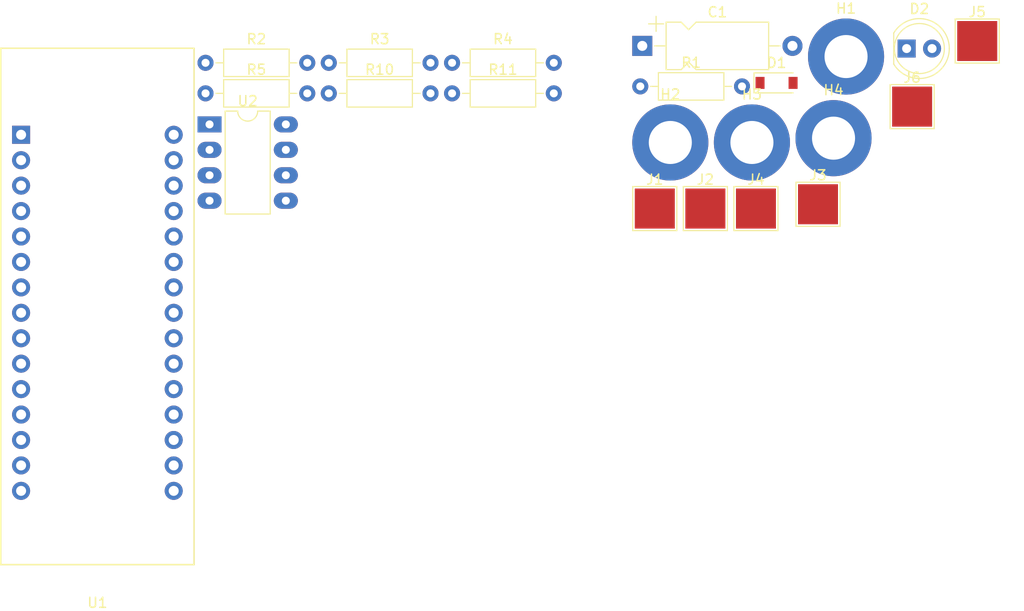
<source format=kicad_pcb>
(kicad_pcb (version 20171130) (host pcbnew 5.0.2-bee76a0~70~ubuntu18.04.1)

  (general
    (thickness 1.6)
    (drawings 0)
    (tracks 0)
    (zones 0)
    (modules 22)
    (nets 41)
  )

  (page A4)
  (layers
    (0 F.Cu signal)
    (31 B.Cu signal)
    (32 B.Adhes user)
    (33 F.Adhes user)
    (34 B.Paste user)
    (35 F.Paste user)
    (36 B.SilkS user)
    (37 F.SilkS user)
    (38 B.Mask user)
    (39 F.Mask user)
    (40 Dwgs.User user)
    (41 Cmts.User user)
    (42 Eco1.User user)
    (43 Eco2.User user)
    (44 Edge.Cuts user)
    (45 Margin user)
    (46 B.CrtYd user)
    (47 F.CrtYd user)
    (48 B.Fab user)
    (49 F.Fab user)
  )

  (setup
    (last_trace_width 0.25)
    (trace_clearance 0.2)
    (zone_clearance 0.508)
    (zone_45_only no)
    (trace_min 0.2)
    (segment_width 0.2)
    (edge_width 0.15)
    (via_size 0.8)
    (via_drill 0.4)
    (via_min_size 0.4)
    (via_min_drill 0.3)
    (uvia_size 0.3)
    (uvia_drill 0.1)
    (uvias_allowed no)
    (uvia_min_size 0.2)
    (uvia_min_drill 0.1)
    (pcb_text_width 0.3)
    (pcb_text_size 1.5 1.5)
    (mod_edge_width 0.15)
    (mod_text_size 1 1)
    (mod_text_width 0.15)
    (pad_size 1.524 1.524)
    (pad_drill 0.762)
    (pad_to_mask_clearance 0.051)
    (solder_mask_min_width 0.25)
    (aux_axis_origin 0 0)
    (visible_elements FFFFFF7F)
    (pcbplotparams
      (layerselection 0x010fc_ffffffff)
      (usegerberextensions false)
      (usegerberattributes false)
      (usegerberadvancedattributes false)
      (creategerberjobfile false)
      (excludeedgelayer true)
      (linewidth 0.100000)
      (plotframeref false)
      (viasonmask false)
      (mode 1)
      (useauxorigin false)
      (hpglpennumber 1)
      (hpglpenspeed 20)
      (hpglpendiameter 15.000000)
      (psnegative false)
      (psa4output false)
      (plotreference true)
      (plotvalue true)
      (plotinvisibletext false)
      (padsonsilk false)
      (subtractmaskfromsilk false)
      (outputformat 1)
      (mirror false)
      (drillshape 1)
      (scaleselection 1)
      (outputdirectory ""))
  )

  (net 0 "")
  (net 1 +12V)
  (net 2 GND)
  (net 3 "Net-(D2-Pad1)")
  (net 4 "Net-(J6-Pad1)")
  (net 5 /Potentiometre_12V_Inclinaison)
  (net 6 /Consigne_12V_Avant)
  (net 7 /Consigne_3V3_Avant)
  (net 8 /Consigne_3V3_Arriere)
  (net 9 /Consigne_12V_Arriere)
  (net 10 "Net-(Q1-Pad1)")
  (net 11 "Net-(R10-Pad2)")
  (net 12 "Net-(R11-Pad2)")
  (net 13 "Net-(Q2-Pad1)")
  (net 14 "Net-(U1-Pad1)")
  (net 15 "Net-(U1-Pad2)")
  (net 16 "Net-(U1-Pad3)")
  (net 17 "Net-(U1-Pad5)")
  (net 18 /Cmd_PWM_Arriere)
  (net 19 "Net-(U1-Pad7)")
  (net 20 "Net-(U1-Pad8)")
  (net 21 /Cmd_PWM_Avant)
  (net 22 "Net-(U1-Pad10)")
  (net 23 "Net-(U1-Pad11)")
  (net 24 "Net-(U1-Pad12)")
  (net 25 "Net-(U1-Pad13)")
  (net 26 "Net-(U1-Pad14)")
  (net 27 "Net-(U1-Pad15)")
  (net 28 "Net-(U1-Pad16)")
  (net 29 +3V3)
  (net 30 "Net-(U1-Pad21)")
  (net 31 "Net-(U1-Pad22)")
  (net 32 "Net-(U1-Pad23)")
  (net 33 "Net-(U1-Pad24)")
  (net 34 "Net-(U1-Pad25)")
  (net 35 "Net-(U1-Pad26)")
  (net 36 "Net-(U1-Pad27)")
  (net 37 "Net-(U1-Pad28)")
  (net 38 VDD)
  (net 39 "Net-(U2-Pad1)")
  (net 40 "Net-(U2-Pad8)")

  (net_class Default "Ceci est la Netclass par défaut."
    (clearance 0.2)
    (trace_width 0.25)
    (via_dia 0.8)
    (via_drill 0.4)
    (uvia_dia 0.3)
    (uvia_drill 0.1)
    (add_net +12V)
    (add_net +3V3)
    (add_net /Cmd_PWM_Arriere)
    (add_net /Cmd_PWM_Avant)
    (add_net /Consigne_12V_Arriere)
    (add_net /Consigne_12V_Avant)
    (add_net /Consigne_3V3_Arriere)
    (add_net /Consigne_3V3_Avant)
    (add_net /Potentiometre_12V_Inclinaison)
    (add_net GND)
    (add_net "Net-(D2-Pad1)")
    (add_net "Net-(J6-Pad1)")
    (add_net "Net-(Q1-Pad1)")
    (add_net "Net-(Q2-Pad1)")
    (add_net "Net-(R10-Pad2)")
    (add_net "Net-(R11-Pad2)")
    (add_net "Net-(U1-Pad1)")
    (add_net "Net-(U1-Pad10)")
    (add_net "Net-(U1-Pad11)")
    (add_net "Net-(U1-Pad12)")
    (add_net "Net-(U1-Pad13)")
    (add_net "Net-(U1-Pad14)")
    (add_net "Net-(U1-Pad15)")
    (add_net "Net-(U1-Pad16)")
    (add_net "Net-(U1-Pad2)")
    (add_net "Net-(U1-Pad21)")
    (add_net "Net-(U1-Pad22)")
    (add_net "Net-(U1-Pad23)")
    (add_net "Net-(U1-Pad24)")
    (add_net "Net-(U1-Pad25)")
    (add_net "Net-(U1-Pad26)")
    (add_net "Net-(U1-Pad27)")
    (add_net "Net-(U1-Pad28)")
    (add_net "Net-(U1-Pad3)")
    (add_net "Net-(U1-Pad5)")
    (add_net "Net-(U1-Pad7)")
    (add_net "Net-(U1-Pad8)")
    (add_net "Net-(U2-Pad1)")
    (add_net "Net-(U2-Pad8)")
    (add_net VDD)
  )

  (module Capacitor_THT:CP_Axial_L10.0mm_D4.5mm_P15.00mm_Horizontal (layer F.Cu) (tedit 5AE50EF2) (tstamp 5D2FAD3F)
    (at 160.025001 62.700001)
    (descr "CP, Axial series, Axial, Horizontal, pin pitch=15mm, , length*diameter=10*4.5mm^2, Electrolytic Capacitor, , http://www.vishay.com/docs/28325/021asm.pdf")
    (tags "CP Axial series Axial Horizontal pin pitch 15mm  length 10mm diameter 4.5mm Electrolytic Capacitor")
    (path /5D2F3A22)
    (fp_text reference C1 (at 7.5 -3.37) (layer F.SilkS)
      (effects (font (size 1 1) (thickness 0.15)))
    )
    (fp_text value CP (at 7.5 3.37) (layer F.Fab)
      (effects (font (size 1 1) (thickness 0.15)))
    )
    (fp_line (start 2.5 -2.25) (end 2.5 2.25) (layer F.Fab) (width 0.1))
    (fp_line (start 12.5 -2.25) (end 12.5 2.25) (layer F.Fab) (width 0.1))
    (fp_line (start 2.5 -2.25) (end 3.88 -2.25) (layer F.Fab) (width 0.1))
    (fp_line (start 3.88 -2.25) (end 4.63 -1.5) (layer F.Fab) (width 0.1))
    (fp_line (start 4.63 -1.5) (end 5.38 -2.25) (layer F.Fab) (width 0.1))
    (fp_line (start 5.38 -2.25) (end 12.5 -2.25) (layer F.Fab) (width 0.1))
    (fp_line (start 2.5 2.25) (end 3.88 2.25) (layer F.Fab) (width 0.1))
    (fp_line (start 3.88 2.25) (end 4.63 1.5) (layer F.Fab) (width 0.1))
    (fp_line (start 4.63 1.5) (end 5.38 2.25) (layer F.Fab) (width 0.1))
    (fp_line (start 5.38 2.25) (end 12.5 2.25) (layer F.Fab) (width 0.1))
    (fp_line (start 0 0) (end 2.5 0) (layer F.Fab) (width 0.1))
    (fp_line (start 15 0) (end 12.5 0) (layer F.Fab) (width 0.1))
    (fp_line (start 3.9 0) (end 5.4 0) (layer F.Fab) (width 0.1))
    (fp_line (start 4.65 -0.75) (end 4.65 0.75) (layer F.Fab) (width 0.1))
    (fp_line (start 0.63 -2.2) (end 2.13 -2.2) (layer F.SilkS) (width 0.12))
    (fp_line (start 1.38 -2.95) (end 1.38 -1.45) (layer F.SilkS) (width 0.12))
    (fp_line (start 2.38 -2.37) (end 2.38 2.37) (layer F.SilkS) (width 0.12))
    (fp_line (start 12.62 -2.37) (end 12.62 2.37) (layer F.SilkS) (width 0.12))
    (fp_line (start 2.38 -2.37) (end 3.88 -2.37) (layer F.SilkS) (width 0.12))
    (fp_line (start 3.88 -2.37) (end 4.63 -1.62) (layer F.SilkS) (width 0.12))
    (fp_line (start 4.63 -1.62) (end 5.38 -2.37) (layer F.SilkS) (width 0.12))
    (fp_line (start 5.38 -2.37) (end 12.62 -2.37) (layer F.SilkS) (width 0.12))
    (fp_line (start 2.38 2.37) (end 3.88 2.37) (layer F.SilkS) (width 0.12))
    (fp_line (start 3.88 2.37) (end 4.63 1.62) (layer F.SilkS) (width 0.12))
    (fp_line (start 4.63 1.62) (end 5.38 2.37) (layer F.SilkS) (width 0.12))
    (fp_line (start 5.38 2.37) (end 12.62 2.37) (layer F.SilkS) (width 0.12))
    (fp_line (start 1.24 0) (end 2.38 0) (layer F.SilkS) (width 0.12))
    (fp_line (start 13.76 0) (end 12.62 0) (layer F.SilkS) (width 0.12))
    (fp_line (start -1.25 -2.5) (end -1.25 2.5) (layer F.CrtYd) (width 0.05))
    (fp_line (start -1.25 2.5) (end 16.25 2.5) (layer F.CrtYd) (width 0.05))
    (fp_line (start 16.25 2.5) (end 16.25 -2.5) (layer F.CrtYd) (width 0.05))
    (fp_line (start 16.25 -2.5) (end -1.25 -2.5) (layer F.CrtYd) (width 0.05))
    (fp_text user %R (at 7.5 0) (layer F.Fab)
      (effects (font (size 1 1) (thickness 0.15)))
    )
    (pad 1 thru_hole rect (at 0 0) (size 2 2) (drill 1) (layers *.Cu *.Mask)
      (net 1 +12V))
    (pad 2 thru_hole oval (at 15 0) (size 2 2) (drill 1) (layers *.Cu *.Mask)
      (net 2 GND))
    (model ${KISYS3DMOD}/Capacitor_THT.3dshapes/CP_Axial_L10.0mm_D4.5mm_P15.00mm_Horizontal.wrl
      (at (xyz 0 0 0))
      (scale (xyz 1 1 1))
      (rotate (xyz 0 0 0))
    )
  )

  (module Diode_SMD:D_SOD-123 (layer F.Cu) (tedit 58645DC7) (tstamp 5D2FAD58)
    (at 173.435001 66.395001)
    (descr SOD-123)
    (tags SOD-123)
    (path /5D3220DB)
    (attr smd)
    (fp_text reference D1 (at 0 -2) (layer F.SilkS)
      (effects (font (size 1 1) (thickness 0.15)))
    )
    (fp_text value D_Zener (at 0 2.1) (layer F.Fab)
      (effects (font (size 1 1) (thickness 0.15)))
    )
    (fp_text user %R (at 0 -2) (layer F.Fab)
      (effects (font (size 1 1) (thickness 0.15)))
    )
    (fp_line (start -2.25 -1) (end -2.25 1) (layer F.SilkS) (width 0.12))
    (fp_line (start 0.25 0) (end 0.75 0) (layer F.Fab) (width 0.1))
    (fp_line (start 0.25 0.4) (end -0.35 0) (layer F.Fab) (width 0.1))
    (fp_line (start 0.25 -0.4) (end 0.25 0.4) (layer F.Fab) (width 0.1))
    (fp_line (start -0.35 0) (end 0.25 -0.4) (layer F.Fab) (width 0.1))
    (fp_line (start -0.35 0) (end -0.35 0.55) (layer F.Fab) (width 0.1))
    (fp_line (start -0.35 0) (end -0.35 -0.55) (layer F.Fab) (width 0.1))
    (fp_line (start -0.75 0) (end -0.35 0) (layer F.Fab) (width 0.1))
    (fp_line (start -1.4 0.9) (end -1.4 -0.9) (layer F.Fab) (width 0.1))
    (fp_line (start 1.4 0.9) (end -1.4 0.9) (layer F.Fab) (width 0.1))
    (fp_line (start 1.4 -0.9) (end 1.4 0.9) (layer F.Fab) (width 0.1))
    (fp_line (start -1.4 -0.9) (end 1.4 -0.9) (layer F.Fab) (width 0.1))
    (fp_line (start -2.35 -1.15) (end 2.35 -1.15) (layer F.CrtYd) (width 0.05))
    (fp_line (start 2.35 -1.15) (end 2.35 1.15) (layer F.CrtYd) (width 0.05))
    (fp_line (start 2.35 1.15) (end -2.35 1.15) (layer F.CrtYd) (width 0.05))
    (fp_line (start -2.35 -1.15) (end -2.35 1.15) (layer F.CrtYd) (width 0.05))
    (fp_line (start -2.25 1) (end 1.65 1) (layer F.SilkS) (width 0.12))
    (fp_line (start -2.25 -1) (end 1.65 -1) (layer F.SilkS) (width 0.12))
    (pad 1 smd rect (at -1.65 0) (size 0.9 1.2) (layers F.Cu F.Paste F.Mask)
      (net 1 +12V))
    (pad 2 smd rect (at 1.65 0) (size 0.9 1.2) (layers F.Cu F.Paste F.Mask)
      (net 2 GND))
    (model ${KISYS3DMOD}/Diode_SMD.3dshapes/D_SOD-123.wrl
      (at (xyz 0 0 0))
      (scale (xyz 1 1 1))
      (rotate (xyz 0 0 0))
    )
  )

  (module LED_THT:LED_D5.0mm (layer F.Cu) (tedit 5995936A) (tstamp 5D2FAD6A)
    (at 186.425001 62.965001)
    (descr "LED, diameter 5.0mm, 2 pins, http://cdn-reichelt.de/documents/datenblatt/A500/LL-504BC2E-009.pdf")
    (tags "LED diameter 5.0mm 2 pins")
    (path /5D2F35BD)
    (fp_text reference D2 (at 1.27 -3.96) (layer F.SilkS)
      (effects (font (size 1 1) (thickness 0.15)))
    )
    (fp_text value LED (at 1.27 3.96) (layer F.Fab)
      (effects (font (size 1 1) (thickness 0.15)))
    )
    (fp_arc (start 1.27 0) (end -1.23 -1.469694) (angle 299.1) (layer F.Fab) (width 0.1))
    (fp_arc (start 1.27 0) (end -1.29 -1.54483) (angle 148.9) (layer F.SilkS) (width 0.12))
    (fp_arc (start 1.27 0) (end -1.29 1.54483) (angle -148.9) (layer F.SilkS) (width 0.12))
    (fp_circle (center 1.27 0) (end 3.77 0) (layer F.Fab) (width 0.1))
    (fp_circle (center 1.27 0) (end 3.77 0) (layer F.SilkS) (width 0.12))
    (fp_line (start -1.23 -1.469694) (end -1.23 1.469694) (layer F.Fab) (width 0.1))
    (fp_line (start -1.29 -1.545) (end -1.29 1.545) (layer F.SilkS) (width 0.12))
    (fp_line (start -1.95 -3.25) (end -1.95 3.25) (layer F.CrtYd) (width 0.05))
    (fp_line (start -1.95 3.25) (end 4.5 3.25) (layer F.CrtYd) (width 0.05))
    (fp_line (start 4.5 3.25) (end 4.5 -3.25) (layer F.CrtYd) (width 0.05))
    (fp_line (start 4.5 -3.25) (end -1.95 -3.25) (layer F.CrtYd) (width 0.05))
    (fp_text user %R (at 1.25 0) (layer F.Fab)
      (effects (font (size 0.8 0.8) (thickness 0.2)))
    )
    (pad 1 thru_hole rect (at 0 0) (size 1.8 1.8) (drill 0.9) (layers *.Cu *.Mask)
      (net 3 "Net-(D2-Pad1)"))
    (pad 2 thru_hole circle (at 2.54 0) (size 1.8 1.8) (drill 0.9) (layers *.Cu *.Mask)
      (net 1 +12V))
    (model ${KISYS3DMOD}/LED_THT.3dshapes/LED_D5.0mm.wrl
      (at (xyz 0 0 0))
      (scale (xyz 1 1 1))
      (rotate (xyz 0 0 0))
    )
  )

  (module MountingHole:MountingHole_4.3mm_M4_ISO7380_Pad (layer F.Cu) (tedit 56D1B4CB) (tstamp 5D2FAD72)
    (at 180.375001 63.765001)
    (descr "Mounting Hole 4.3mm, M4, ISO7380")
    (tags "mounting hole 4.3mm m4 iso7380")
    (path /5D2F2658)
    (attr virtual)
    (fp_text reference H1 (at 0 -4.8) (layer F.SilkS)
      (effects (font (size 1 1) (thickness 0.15)))
    )
    (fp_text value MountingHole_Pad (at 0 4.8) (layer F.Fab)
      (effects (font (size 1 1) (thickness 0.15)))
    )
    (fp_text user %R (at 0.3 0) (layer F.Fab)
      (effects (font (size 1 1) (thickness 0.15)))
    )
    (fp_circle (center 0 0) (end 3.8 0) (layer Cmts.User) (width 0.15))
    (fp_circle (center 0 0) (end 4.05 0) (layer F.CrtYd) (width 0.05))
    (pad 1 thru_hole circle (at 0 0) (size 7.6 7.6) (drill 4.3) (layers *.Cu *.Mask)
      (net 2 GND))
  )

  (module MountingHole:MountingHole_4.3mm_M4_ISO7380_Pad (layer F.Cu) (tedit 56D1B4CB) (tstamp 5D2FAD7A)
    (at 162.825001 72.345001)
    (descr "Mounting Hole 4.3mm, M4, ISO7380")
    (tags "mounting hole 4.3mm m4 iso7380")
    (path /5D2F26FB)
    (attr virtual)
    (fp_text reference H2 (at 0 -4.8) (layer F.SilkS)
      (effects (font (size 1 1) (thickness 0.15)))
    )
    (fp_text value MountingHole_Pad (at 0 4.8) (layer F.Fab)
      (effects (font (size 1 1) (thickness 0.15)))
    )
    (fp_circle (center 0 0) (end 4.05 0) (layer F.CrtYd) (width 0.05))
    (fp_circle (center 0 0) (end 3.8 0) (layer Cmts.User) (width 0.15))
    (fp_text user %R (at 0.3 0) (layer F.Fab)
      (effects (font (size 1 1) (thickness 0.15)))
    )
    (pad 1 thru_hole circle (at 0 0) (size 7.6 7.6) (drill 4.3) (layers *.Cu *.Mask)
      (net 2 GND))
  )

  (module MountingHole:MountingHole_4.3mm_M4_ISO7380_Pad (layer F.Cu) (tedit 56D1B4CB) (tstamp 5D2FAD82)
    (at 170.975001 72.345001)
    (descr "Mounting Hole 4.3mm, M4, ISO7380")
    (tags "mounting hole 4.3mm m4 iso7380")
    (path /5D2F2813)
    (attr virtual)
    (fp_text reference H3 (at 0 -4.8) (layer F.SilkS)
      (effects (font (size 1 1) (thickness 0.15)))
    )
    (fp_text value MountingHole_Pad (at 0 4.8) (layer F.Fab)
      (effects (font (size 1 1) (thickness 0.15)))
    )
    (fp_text user %R (at 0.3 0) (layer F.Fab)
      (effects (font (size 1 1) (thickness 0.15)))
    )
    (fp_circle (center 0 0) (end 3.8 0) (layer Cmts.User) (width 0.15))
    (fp_circle (center 0 0) (end 4.05 0) (layer F.CrtYd) (width 0.05))
    (pad 1 thru_hole circle (at 0 0) (size 7.6 7.6) (drill 4.3) (layers *.Cu *.Mask)
      (net 2 GND))
  )

  (module MountingHole:MountingHole_4.3mm_M4_ISO7380_Pad (layer F.Cu) (tedit 56D1B4CB) (tstamp 5D2FAD8A)
    (at 179.125001 71.915001)
    (descr "Mounting Hole 4.3mm, M4, ISO7380")
    (tags "mounting hole 4.3mm m4 iso7380")
    (path /5D2F288E)
    (attr virtual)
    (fp_text reference H4 (at 0 -4.8) (layer F.SilkS)
      (effects (font (size 1 1) (thickness 0.15)))
    )
    (fp_text value MountingHole_Pad (at 0 4.8) (layer F.Fab)
      (effects (font (size 1 1) (thickness 0.15)))
    )
    (fp_circle (center 0 0) (end 4.05 0) (layer F.CrtYd) (width 0.05))
    (fp_circle (center 0 0) (end 3.8 0) (layer Cmts.User) (width 0.15))
    (fp_text user %R (at 0.3 0) (layer F.Fab)
      (effects (font (size 1 1) (thickness 0.15)))
    )
    (pad 1 thru_hole circle (at 0 0) (size 7.6 7.6) (drill 4.3) (layers *.Cu *.Mask)
      (net 2 GND))
  )

  (module TestPoint:TestPoint_Pad_4.0x4.0mm (layer F.Cu) (tedit 5A0F774F) (tstamp 5D2FAD98)
    (at 161.275001 78.945001)
    (descr "SMD rectangular pad as test Point, square 4.0mm side length")
    (tags "test point SMD pad rectangle square")
    (path /5D308F65)
    (attr virtual)
    (fp_text reference J1 (at 0 -2.898) (layer F.SilkS)
      (effects (font (size 1 1) (thickness 0.15)))
    )
    (fp_text value Conn_01x06 (at 0 3.1) (layer F.Fab)
      (effects (font (size 1 1) (thickness 0.15)))
    )
    (fp_text user %R (at 0 -2.9) (layer F.Fab)
      (effects (font (size 1 1) (thickness 0.15)))
    )
    (fp_line (start -2.2 -2.2) (end 2.2 -2.2) (layer F.SilkS) (width 0.12))
    (fp_line (start 2.2 -2.2) (end 2.2 2.2) (layer F.SilkS) (width 0.12))
    (fp_line (start 2.2 2.2) (end -2.2 2.2) (layer F.SilkS) (width 0.12))
    (fp_line (start -2.2 2.2) (end -2.2 -2.2) (layer F.SilkS) (width 0.12))
    (fp_line (start -2.5 -2.5) (end 2.5 -2.5) (layer F.CrtYd) (width 0.05))
    (fp_line (start -2.5 -2.5) (end -2.5 2.5) (layer F.CrtYd) (width 0.05))
    (fp_line (start 2.5 2.5) (end 2.5 -2.5) (layer F.CrtYd) (width 0.05))
    (fp_line (start 2.5 2.5) (end -2.5 2.5) (layer F.CrtYd) (width 0.05))
    (pad 1 smd rect (at 0 0) (size 4 4) (layers F.Cu F.Mask)
      (net 5 /Potentiometre_12V_Inclinaison))
  )

  (module TestPoint:TestPoint_Pad_4.0x4.0mm (layer F.Cu) (tedit 5A0F774F) (tstamp 5D2FADA6)
    (at 166.325001 78.945001)
    (descr "SMD rectangular pad as test Point, square 4.0mm side length")
    (tags "test point SMD pad rectangle square")
    (path /5D34CFBE)
    (attr virtual)
    (fp_text reference J2 (at 0 -2.898) (layer F.SilkS)
      (effects (font (size 1 1) (thickness 0.15)))
    )
    (fp_text value Conn_01x03 (at 0 3.1) (layer F.Fab)
      (effects (font (size 1 1) (thickness 0.15)))
    )
    (fp_line (start 2.5 2.5) (end -2.5 2.5) (layer F.CrtYd) (width 0.05))
    (fp_line (start 2.5 2.5) (end 2.5 -2.5) (layer F.CrtYd) (width 0.05))
    (fp_line (start -2.5 -2.5) (end -2.5 2.5) (layer F.CrtYd) (width 0.05))
    (fp_line (start -2.5 -2.5) (end 2.5 -2.5) (layer F.CrtYd) (width 0.05))
    (fp_line (start -2.2 2.2) (end -2.2 -2.2) (layer F.SilkS) (width 0.12))
    (fp_line (start 2.2 2.2) (end -2.2 2.2) (layer F.SilkS) (width 0.12))
    (fp_line (start 2.2 -2.2) (end 2.2 2.2) (layer F.SilkS) (width 0.12))
    (fp_line (start -2.2 -2.2) (end 2.2 -2.2) (layer F.SilkS) (width 0.12))
    (fp_text user %R (at 0 -2.9) (layer F.Fab)
      (effects (font (size 1 1) (thickness 0.15)))
    )
    (pad 1 smd rect (at 0 0) (size 4 4) (layers F.Cu F.Mask)
      (net 2 GND))
  )

  (module TestPoint:TestPoint_Pad_4.0x4.0mm (layer F.Cu) (tedit 5A0F774F) (tstamp 5D2FADB4)
    (at 177.575001 78.515001)
    (descr "SMD rectangular pad as test Point, square 4.0mm side length")
    (tags "test point SMD pad rectangle square")
    (path /5D34D12D)
    (attr virtual)
    (fp_text reference J3 (at 0 -2.898) (layer F.SilkS)
      (effects (font (size 1 1) (thickness 0.15)))
    )
    (fp_text value Conn_01x03 (at 0 3.1) (layer F.Fab)
      (effects (font (size 1 1) (thickness 0.15)))
    )
    (fp_text user %R (at 0 -2.9) (layer F.Fab)
      (effects (font (size 1 1) (thickness 0.15)))
    )
    (fp_line (start -2.2 -2.2) (end 2.2 -2.2) (layer F.SilkS) (width 0.12))
    (fp_line (start 2.2 -2.2) (end 2.2 2.2) (layer F.SilkS) (width 0.12))
    (fp_line (start 2.2 2.2) (end -2.2 2.2) (layer F.SilkS) (width 0.12))
    (fp_line (start -2.2 2.2) (end -2.2 -2.2) (layer F.SilkS) (width 0.12))
    (fp_line (start -2.5 -2.5) (end 2.5 -2.5) (layer F.CrtYd) (width 0.05))
    (fp_line (start -2.5 -2.5) (end -2.5 2.5) (layer F.CrtYd) (width 0.05))
    (fp_line (start 2.5 2.5) (end 2.5 -2.5) (layer F.CrtYd) (width 0.05))
    (fp_line (start 2.5 2.5) (end -2.5 2.5) (layer F.CrtYd) (width 0.05))
    (pad 1 smd rect (at 0 0) (size 4 4) (layers F.Cu F.Mask)
      (net 2 GND))
  )

  (module TestPoint:TestPoint_Pad_4.0x4.0mm (layer F.Cu) (tedit 5A0F774F) (tstamp 5D2FADC2)
    (at 171.375001 78.945001)
    (descr "SMD rectangular pad as test Point, square 4.0mm side length")
    (tags "test point SMD pad rectangle square")
    (path /5D30914A)
    (attr virtual)
    (fp_text reference J4 (at 0 -2.898) (layer F.SilkS)
      (effects (font (size 1 1) (thickness 0.15)))
    )
    (fp_text value Conn_01x02 (at 0 3.1) (layer F.Fab)
      (effects (font (size 1 1) (thickness 0.15)))
    )
    (fp_line (start 2.5 2.5) (end -2.5 2.5) (layer F.CrtYd) (width 0.05))
    (fp_line (start 2.5 2.5) (end 2.5 -2.5) (layer F.CrtYd) (width 0.05))
    (fp_line (start -2.5 -2.5) (end -2.5 2.5) (layer F.CrtYd) (width 0.05))
    (fp_line (start -2.5 -2.5) (end 2.5 -2.5) (layer F.CrtYd) (width 0.05))
    (fp_line (start -2.2 2.2) (end -2.2 -2.2) (layer F.SilkS) (width 0.12))
    (fp_line (start 2.2 2.2) (end -2.2 2.2) (layer F.SilkS) (width 0.12))
    (fp_line (start 2.2 -2.2) (end 2.2 2.2) (layer F.SilkS) (width 0.12))
    (fp_line (start -2.2 -2.2) (end 2.2 -2.2) (layer F.SilkS) (width 0.12))
    (fp_text user %R (at 0 -2.9) (layer F.Fab)
      (effects (font (size 1 1) (thickness 0.15)))
    )
    (pad 1 smd rect (at 0 0) (size 4 4) (layers F.Cu F.Mask)
      (net 1 +12V))
  )

  (module TestPoint:TestPoint_Pad_4.0x4.0mm (layer F.Cu) (tedit 5A0F774F) (tstamp 5D2FADD0)
    (at 193.475001 62.215001)
    (descr "SMD rectangular pad as test Point, square 4.0mm side length")
    (tags "test point SMD pad rectangle square")
    (path /5D30928D)
    (attr virtual)
    (fp_text reference J5 (at 0 -2.898) (layer F.SilkS)
      (effects (font (size 1 1) (thickness 0.15)))
    )
    (fp_text value Conn_01x02 (at 0 3.1) (layer F.Fab)
      (effects (font (size 1 1) (thickness 0.15)))
    )
    (fp_text user %R (at 0 -2.9) (layer F.Fab)
      (effects (font (size 1 1) (thickness 0.15)))
    )
    (fp_line (start -2.2 -2.2) (end 2.2 -2.2) (layer F.SilkS) (width 0.12))
    (fp_line (start 2.2 -2.2) (end 2.2 2.2) (layer F.SilkS) (width 0.12))
    (fp_line (start 2.2 2.2) (end -2.2 2.2) (layer F.SilkS) (width 0.12))
    (fp_line (start -2.2 2.2) (end -2.2 -2.2) (layer F.SilkS) (width 0.12))
    (fp_line (start -2.5 -2.5) (end 2.5 -2.5) (layer F.CrtYd) (width 0.05))
    (fp_line (start -2.5 -2.5) (end -2.5 2.5) (layer F.CrtYd) (width 0.05))
    (fp_line (start 2.5 2.5) (end 2.5 -2.5) (layer F.CrtYd) (width 0.05))
    (fp_line (start 2.5 2.5) (end -2.5 2.5) (layer F.CrtYd) (width 0.05))
    (pad 1 smd rect (at 0 0) (size 4 4) (layers F.Cu F.Mask)
      (net 1 +12V))
  )

  (module TestPoint:TestPoint_Pad_4.0x4.0mm (layer F.Cu) (tedit 5A0F774F) (tstamp 5D2FADDE)
    (at 186.975001 68.765001)
    (descr "SMD rectangular pad as test Point, square 4.0mm side length")
    (tags "test point SMD pad rectangle square")
    (path /5D2F3055)
    (attr virtual)
    (fp_text reference J6 (at 0 -2.898) (layer F.SilkS)
      (effects (font (size 1 1) (thickness 0.15)))
    )
    (fp_text value Conn_01x01 (at 0 3.1) (layer F.Fab)
      (effects (font (size 1 1) (thickness 0.15)))
    )
    (fp_line (start 2.5 2.5) (end -2.5 2.5) (layer F.CrtYd) (width 0.05))
    (fp_line (start 2.5 2.5) (end 2.5 -2.5) (layer F.CrtYd) (width 0.05))
    (fp_line (start -2.5 -2.5) (end -2.5 2.5) (layer F.CrtYd) (width 0.05))
    (fp_line (start -2.5 -2.5) (end 2.5 -2.5) (layer F.CrtYd) (width 0.05))
    (fp_line (start -2.2 2.2) (end -2.2 -2.2) (layer F.SilkS) (width 0.12))
    (fp_line (start 2.2 2.2) (end -2.2 2.2) (layer F.SilkS) (width 0.12))
    (fp_line (start 2.2 -2.2) (end 2.2 2.2) (layer F.SilkS) (width 0.12))
    (fp_line (start -2.2 -2.2) (end 2.2 -2.2) (layer F.SilkS) (width 0.12))
    (fp_text user %R (at 0 -2.9) (layer F.Fab)
      (effects (font (size 1 1) (thickness 0.15)))
    )
    (pad 1 smd rect (at 0 0) (size 4 4) (layers F.Cu F.Mask)
      (net 4 "Net-(J6-Pad1)"))
  )

  (module Resistor_THT:R_Axial_DIN0207_L6.3mm_D2.5mm_P10.16mm_Horizontal (layer F.Cu) (tedit 5AE5139B) (tstamp 5D2FADF5)
    (at 159.825001 66.745001)
    (descr "Resistor, Axial_DIN0207 series, Axial, Horizontal, pin pitch=10.16mm, 0.25W = 1/4W, length*diameter=6.3*2.5mm^2, http://cdn-reichelt.de/documents/datenblatt/B400/1_4W%23YAG.pdf")
    (tags "Resistor Axial_DIN0207 series Axial Horizontal pin pitch 10.16mm 0.25W = 1/4W length 6.3mm diameter 2.5mm")
    (path /5D2F36BB)
    (fp_text reference R1 (at 5.08 -2.37) (layer F.SilkS)
      (effects (font (size 1 1) (thickness 0.15)))
    )
    (fp_text value R (at 5.08 2.37) (layer F.Fab)
      (effects (font (size 1 1) (thickness 0.15)))
    )
    (fp_line (start 1.93 -1.25) (end 1.93 1.25) (layer F.Fab) (width 0.1))
    (fp_line (start 1.93 1.25) (end 8.23 1.25) (layer F.Fab) (width 0.1))
    (fp_line (start 8.23 1.25) (end 8.23 -1.25) (layer F.Fab) (width 0.1))
    (fp_line (start 8.23 -1.25) (end 1.93 -1.25) (layer F.Fab) (width 0.1))
    (fp_line (start 0 0) (end 1.93 0) (layer F.Fab) (width 0.1))
    (fp_line (start 10.16 0) (end 8.23 0) (layer F.Fab) (width 0.1))
    (fp_line (start 1.81 -1.37) (end 1.81 1.37) (layer F.SilkS) (width 0.12))
    (fp_line (start 1.81 1.37) (end 8.35 1.37) (layer F.SilkS) (width 0.12))
    (fp_line (start 8.35 1.37) (end 8.35 -1.37) (layer F.SilkS) (width 0.12))
    (fp_line (start 8.35 -1.37) (end 1.81 -1.37) (layer F.SilkS) (width 0.12))
    (fp_line (start 1.04 0) (end 1.81 0) (layer F.SilkS) (width 0.12))
    (fp_line (start 9.12 0) (end 8.35 0) (layer F.SilkS) (width 0.12))
    (fp_line (start -1.05 -1.5) (end -1.05 1.5) (layer F.CrtYd) (width 0.05))
    (fp_line (start -1.05 1.5) (end 11.21 1.5) (layer F.CrtYd) (width 0.05))
    (fp_line (start 11.21 1.5) (end 11.21 -1.5) (layer F.CrtYd) (width 0.05))
    (fp_line (start 11.21 -1.5) (end -1.05 -1.5) (layer F.CrtYd) (width 0.05))
    (fp_text user %R (at 5.08 0) (layer F.Fab)
      (effects (font (size 1 1) (thickness 0.15)))
    )
    (pad 1 thru_hole circle (at 0 0) (size 1.6 1.6) (drill 0.8) (layers *.Cu *.Mask)
      (net 3 "Net-(D2-Pad1)"))
    (pad 2 thru_hole oval (at 10.16 0) (size 1.6 1.6) (drill 0.8) (layers *.Cu *.Mask)
      (net 2 GND))
    (model ${KISYS3DMOD}/Resistor_THT.3dshapes/R_Axial_DIN0207_L6.3mm_D2.5mm_P10.16mm_Horizontal.wrl
      (at (xyz 0 0 0))
      (scale (xyz 1 1 1))
      (rotate (xyz 0 0 0))
    )
  )

  (module Resistor_THT:R_Axial_DIN0207_L6.3mm_D2.5mm_P10.16mm_Horizontal (layer F.Cu) (tedit 5AE5139B) (tstamp 5D3078F4)
    (at 116.410001 64.390001)
    (descr "Resistor, Axial_DIN0207 series, Axial, Horizontal, pin pitch=10.16mm, 0.25W = 1/4W, length*diameter=6.3*2.5mm^2, http://cdn-reichelt.de/documents/datenblatt/B400/1_4W%23YAG.pdf")
    (tags "Resistor Axial_DIN0207 series Axial Horizontal pin pitch 10.16mm 0.25W = 1/4W length 6.3mm diameter 2.5mm")
    (path /5D30DBA0)
    (fp_text reference R2 (at 5.08 -2.37) (layer F.SilkS)
      (effects (font (size 1 1) (thickness 0.15)))
    )
    (fp_text value R (at 5.08 2.37) (layer F.Fab)
      (effects (font (size 1 1) (thickness 0.15)))
    )
    (fp_text user %R (at 5.08 0) (layer F.Fab)
      (effects (font (size 1 1) (thickness 0.15)))
    )
    (fp_line (start 11.21 -1.5) (end -1.05 -1.5) (layer F.CrtYd) (width 0.05))
    (fp_line (start 11.21 1.5) (end 11.21 -1.5) (layer F.CrtYd) (width 0.05))
    (fp_line (start -1.05 1.5) (end 11.21 1.5) (layer F.CrtYd) (width 0.05))
    (fp_line (start -1.05 -1.5) (end -1.05 1.5) (layer F.CrtYd) (width 0.05))
    (fp_line (start 9.12 0) (end 8.35 0) (layer F.SilkS) (width 0.12))
    (fp_line (start 1.04 0) (end 1.81 0) (layer F.SilkS) (width 0.12))
    (fp_line (start 8.35 -1.37) (end 1.81 -1.37) (layer F.SilkS) (width 0.12))
    (fp_line (start 8.35 1.37) (end 8.35 -1.37) (layer F.SilkS) (width 0.12))
    (fp_line (start 1.81 1.37) (end 8.35 1.37) (layer F.SilkS) (width 0.12))
    (fp_line (start 1.81 -1.37) (end 1.81 1.37) (layer F.SilkS) (width 0.12))
    (fp_line (start 10.16 0) (end 8.23 0) (layer F.Fab) (width 0.1))
    (fp_line (start 0 0) (end 1.93 0) (layer F.Fab) (width 0.1))
    (fp_line (start 8.23 -1.25) (end 1.93 -1.25) (layer F.Fab) (width 0.1))
    (fp_line (start 8.23 1.25) (end 8.23 -1.25) (layer F.Fab) (width 0.1))
    (fp_line (start 1.93 1.25) (end 8.23 1.25) (layer F.Fab) (width 0.1))
    (fp_line (start 1.93 -1.25) (end 1.93 1.25) (layer F.Fab) (width 0.1))
    (pad 2 thru_hole oval (at 10.16 0) (size 1.6 1.6) (drill 0.8) (layers *.Cu *.Mask)
      (net 6 /Consigne_12V_Avant))
    (pad 1 thru_hole circle (at 0 0) (size 1.6 1.6) (drill 0.8) (layers *.Cu *.Mask)
      (net 7 /Consigne_3V3_Avant))
    (model ${KISYS3DMOD}/Resistor_THT.3dshapes/R_Axial_DIN0207_L6.3mm_D2.5mm_P10.16mm_Horizontal.wrl
      (at (xyz 0 0 0))
      (scale (xyz 1 1 1))
      (rotate (xyz 0 0 0))
    )
  )

  (module Resistor_THT:R_Axial_DIN0207_L6.3mm_D2.5mm_P10.16mm_Horizontal (layer F.Cu) (tedit 5AE5139B) (tstamp 5D30790B)
    (at 128.720001 64.390001)
    (descr "Resistor, Axial_DIN0207 series, Axial, Horizontal, pin pitch=10.16mm, 0.25W = 1/4W, length*diameter=6.3*2.5mm^2, http://cdn-reichelt.de/documents/datenblatt/B400/1_4W%23YAG.pdf")
    (tags "Resistor Axial_DIN0207 series Axial Horizontal pin pitch 10.16mm 0.25W = 1/4W length 6.3mm diameter 2.5mm")
    (path /5D30F1D4)
    (fp_text reference R3 (at 5.08 -2.37) (layer F.SilkS)
      (effects (font (size 1 1) (thickness 0.15)))
    )
    (fp_text value R (at 5.08 2.37) (layer F.Fab)
      (effects (font (size 1 1) (thickness 0.15)))
    )
    (fp_line (start 1.93 -1.25) (end 1.93 1.25) (layer F.Fab) (width 0.1))
    (fp_line (start 1.93 1.25) (end 8.23 1.25) (layer F.Fab) (width 0.1))
    (fp_line (start 8.23 1.25) (end 8.23 -1.25) (layer F.Fab) (width 0.1))
    (fp_line (start 8.23 -1.25) (end 1.93 -1.25) (layer F.Fab) (width 0.1))
    (fp_line (start 0 0) (end 1.93 0) (layer F.Fab) (width 0.1))
    (fp_line (start 10.16 0) (end 8.23 0) (layer F.Fab) (width 0.1))
    (fp_line (start 1.81 -1.37) (end 1.81 1.37) (layer F.SilkS) (width 0.12))
    (fp_line (start 1.81 1.37) (end 8.35 1.37) (layer F.SilkS) (width 0.12))
    (fp_line (start 8.35 1.37) (end 8.35 -1.37) (layer F.SilkS) (width 0.12))
    (fp_line (start 8.35 -1.37) (end 1.81 -1.37) (layer F.SilkS) (width 0.12))
    (fp_line (start 1.04 0) (end 1.81 0) (layer F.SilkS) (width 0.12))
    (fp_line (start 9.12 0) (end 8.35 0) (layer F.SilkS) (width 0.12))
    (fp_line (start -1.05 -1.5) (end -1.05 1.5) (layer F.CrtYd) (width 0.05))
    (fp_line (start -1.05 1.5) (end 11.21 1.5) (layer F.CrtYd) (width 0.05))
    (fp_line (start 11.21 1.5) (end 11.21 -1.5) (layer F.CrtYd) (width 0.05))
    (fp_line (start 11.21 -1.5) (end -1.05 -1.5) (layer F.CrtYd) (width 0.05))
    (fp_text user %R (at 5.08 0) (layer F.Fab)
      (effects (font (size 1 1) (thickness 0.15)))
    )
    (pad 1 thru_hole circle (at 0 0) (size 1.6 1.6) (drill 0.8) (layers *.Cu *.Mask)
      (net 7 /Consigne_3V3_Avant))
    (pad 2 thru_hole oval (at 10.16 0) (size 1.6 1.6) (drill 0.8) (layers *.Cu *.Mask)
      (net 2 GND))
    (model ${KISYS3DMOD}/Resistor_THT.3dshapes/R_Axial_DIN0207_L6.3mm_D2.5mm_P10.16mm_Horizontal.wrl
      (at (xyz 0 0 0))
      (scale (xyz 1 1 1))
      (rotate (xyz 0 0 0))
    )
  )

  (module Resistor_THT:R_Axial_DIN0207_L6.3mm_D2.5mm_P10.16mm_Horizontal (layer F.Cu) (tedit 5AE5139B) (tstamp 5D307922)
    (at 141.030001 64.390001)
    (descr "Resistor, Axial_DIN0207 series, Axial, Horizontal, pin pitch=10.16mm, 0.25W = 1/4W, length*diameter=6.3*2.5mm^2, http://cdn-reichelt.de/documents/datenblatt/B400/1_4W%23YAG.pdf")
    (tags "Resistor Axial_DIN0207 series Axial Horizontal pin pitch 10.16mm 0.25W = 1/4W length 6.3mm diameter 2.5mm")
    (path /5D378003)
    (fp_text reference R4 (at 5.08 -2.37) (layer F.SilkS)
      (effects (font (size 1 1) (thickness 0.15)))
    )
    (fp_text value R (at 5.08 2.37) (layer F.Fab)
      (effects (font (size 1 1) (thickness 0.15)))
    )
    (fp_line (start 1.93 -1.25) (end 1.93 1.25) (layer F.Fab) (width 0.1))
    (fp_line (start 1.93 1.25) (end 8.23 1.25) (layer F.Fab) (width 0.1))
    (fp_line (start 8.23 1.25) (end 8.23 -1.25) (layer F.Fab) (width 0.1))
    (fp_line (start 8.23 -1.25) (end 1.93 -1.25) (layer F.Fab) (width 0.1))
    (fp_line (start 0 0) (end 1.93 0) (layer F.Fab) (width 0.1))
    (fp_line (start 10.16 0) (end 8.23 0) (layer F.Fab) (width 0.1))
    (fp_line (start 1.81 -1.37) (end 1.81 1.37) (layer F.SilkS) (width 0.12))
    (fp_line (start 1.81 1.37) (end 8.35 1.37) (layer F.SilkS) (width 0.12))
    (fp_line (start 8.35 1.37) (end 8.35 -1.37) (layer F.SilkS) (width 0.12))
    (fp_line (start 8.35 -1.37) (end 1.81 -1.37) (layer F.SilkS) (width 0.12))
    (fp_line (start 1.04 0) (end 1.81 0) (layer F.SilkS) (width 0.12))
    (fp_line (start 9.12 0) (end 8.35 0) (layer F.SilkS) (width 0.12))
    (fp_line (start -1.05 -1.5) (end -1.05 1.5) (layer F.CrtYd) (width 0.05))
    (fp_line (start -1.05 1.5) (end 11.21 1.5) (layer F.CrtYd) (width 0.05))
    (fp_line (start 11.21 1.5) (end 11.21 -1.5) (layer F.CrtYd) (width 0.05))
    (fp_line (start 11.21 -1.5) (end -1.05 -1.5) (layer F.CrtYd) (width 0.05))
    (fp_text user %R (at 5.08 0) (layer F.Fab)
      (effects (font (size 1 1) (thickness 0.15)))
    )
    (pad 1 thru_hole circle (at 0 0) (size 1.6 1.6) (drill 0.8) (layers *.Cu *.Mask)
      (net 8 /Consigne_3V3_Arriere))
    (pad 2 thru_hole oval (at 10.16 0) (size 1.6 1.6) (drill 0.8) (layers *.Cu *.Mask)
      (net 9 /Consigne_12V_Arriere))
    (model ${KISYS3DMOD}/Resistor_THT.3dshapes/R_Axial_DIN0207_L6.3mm_D2.5mm_P10.16mm_Horizontal.wrl
      (at (xyz 0 0 0))
      (scale (xyz 1 1 1))
      (rotate (xyz 0 0 0))
    )
  )

  (module Resistor_THT:R_Axial_DIN0207_L6.3mm_D2.5mm_P10.16mm_Horizontal (layer F.Cu) (tedit 5AE5139B) (tstamp 5D307939)
    (at 116.410001 67.440001)
    (descr "Resistor, Axial_DIN0207 series, Axial, Horizontal, pin pitch=10.16mm, 0.25W = 1/4W, length*diameter=6.3*2.5mm^2, http://cdn-reichelt.de/documents/datenblatt/B400/1_4W%23YAG.pdf")
    (tags "Resistor Axial_DIN0207 series Axial Horizontal pin pitch 10.16mm 0.25W = 1/4W length 6.3mm diameter 2.5mm")
    (path /5D30F535)
    (fp_text reference R5 (at 5.08 -2.37) (layer F.SilkS)
      (effects (font (size 1 1) (thickness 0.15)))
    )
    (fp_text value R (at 5.08 2.37) (layer F.Fab)
      (effects (font (size 1 1) (thickness 0.15)))
    )
    (fp_text user %R (at 5.08 0) (layer F.Fab)
      (effects (font (size 1 1) (thickness 0.15)))
    )
    (fp_line (start 11.21 -1.5) (end -1.05 -1.5) (layer F.CrtYd) (width 0.05))
    (fp_line (start 11.21 1.5) (end 11.21 -1.5) (layer F.CrtYd) (width 0.05))
    (fp_line (start -1.05 1.5) (end 11.21 1.5) (layer F.CrtYd) (width 0.05))
    (fp_line (start -1.05 -1.5) (end -1.05 1.5) (layer F.CrtYd) (width 0.05))
    (fp_line (start 9.12 0) (end 8.35 0) (layer F.SilkS) (width 0.12))
    (fp_line (start 1.04 0) (end 1.81 0) (layer F.SilkS) (width 0.12))
    (fp_line (start 8.35 -1.37) (end 1.81 -1.37) (layer F.SilkS) (width 0.12))
    (fp_line (start 8.35 1.37) (end 8.35 -1.37) (layer F.SilkS) (width 0.12))
    (fp_line (start 1.81 1.37) (end 8.35 1.37) (layer F.SilkS) (width 0.12))
    (fp_line (start 1.81 -1.37) (end 1.81 1.37) (layer F.SilkS) (width 0.12))
    (fp_line (start 10.16 0) (end 8.23 0) (layer F.Fab) (width 0.1))
    (fp_line (start 0 0) (end 1.93 0) (layer F.Fab) (width 0.1))
    (fp_line (start 8.23 -1.25) (end 1.93 -1.25) (layer F.Fab) (width 0.1))
    (fp_line (start 8.23 1.25) (end 8.23 -1.25) (layer F.Fab) (width 0.1))
    (fp_line (start 1.93 1.25) (end 8.23 1.25) (layer F.Fab) (width 0.1))
    (fp_line (start 1.93 -1.25) (end 1.93 1.25) (layer F.Fab) (width 0.1))
    (pad 2 thru_hole oval (at 10.16 0) (size 1.6 1.6) (drill 0.8) (layers *.Cu *.Mask)
      (net 2 GND))
    (pad 1 thru_hole circle (at 0 0) (size 1.6 1.6) (drill 0.8) (layers *.Cu *.Mask)
      (net 8 /Consigne_3V3_Arriere))
    (model ${KISYS3DMOD}/Resistor_THT.3dshapes/R_Axial_DIN0207_L6.3mm_D2.5mm_P10.16mm_Horizontal.wrl
      (at (xyz 0 0 0))
      (scale (xyz 1 1 1))
      (rotate (xyz 0 0 0))
    )
  )

  (module Resistor_THT:R_Axial_DIN0207_L6.3mm_D2.5mm_P10.16mm_Horizontal (layer F.Cu) (tedit 5AE5139B) (tstamp 5D307950)
    (at 128.720001 67.440001)
    (descr "Resistor, Axial_DIN0207 series, Axial, Horizontal, pin pitch=10.16mm, 0.25W = 1/4W, length*diameter=6.3*2.5mm^2, http://cdn-reichelt.de/documents/datenblatt/B400/1_4W%23YAG.pdf")
    (tags "Resistor Axial_DIN0207 series Axial Horizontal pin pitch 10.16mm 0.25W = 1/4W length 6.3mm diameter 2.5mm")
    (path /5D342421)
    (fp_text reference R10 (at 5.08 -2.37) (layer F.SilkS)
      (effects (font (size 1 1) (thickness 0.15)))
    )
    (fp_text value R (at 5.08 2.37) (layer F.Fab)
      (effects (font (size 1 1) (thickness 0.15)))
    )
    (fp_line (start 1.93 -1.25) (end 1.93 1.25) (layer F.Fab) (width 0.1))
    (fp_line (start 1.93 1.25) (end 8.23 1.25) (layer F.Fab) (width 0.1))
    (fp_line (start 8.23 1.25) (end 8.23 -1.25) (layer F.Fab) (width 0.1))
    (fp_line (start 8.23 -1.25) (end 1.93 -1.25) (layer F.Fab) (width 0.1))
    (fp_line (start 0 0) (end 1.93 0) (layer F.Fab) (width 0.1))
    (fp_line (start 10.16 0) (end 8.23 0) (layer F.Fab) (width 0.1))
    (fp_line (start 1.81 -1.37) (end 1.81 1.37) (layer F.SilkS) (width 0.12))
    (fp_line (start 1.81 1.37) (end 8.35 1.37) (layer F.SilkS) (width 0.12))
    (fp_line (start 8.35 1.37) (end 8.35 -1.37) (layer F.SilkS) (width 0.12))
    (fp_line (start 8.35 -1.37) (end 1.81 -1.37) (layer F.SilkS) (width 0.12))
    (fp_line (start 1.04 0) (end 1.81 0) (layer F.SilkS) (width 0.12))
    (fp_line (start 9.12 0) (end 8.35 0) (layer F.SilkS) (width 0.12))
    (fp_line (start -1.05 -1.5) (end -1.05 1.5) (layer F.CrtYd) (width 0.05))
    (fp_line (start -1.05 1.5) (end 11.21 1.5) (layer F.CrtYd) (width 0.05))
    (fp_line (start 11.21 1.5) (end 11.21 -1.5) (layer F.CrtYd) (width 0.05))
    (fp_line (start 11.21 -1.5) (end -1.05 -1.5) (layer F.CrtYd) (width 0.05))
    (fp_text user %R (at 5.08 0) (layer F.Fab)
      (effects (font (size 1 1) (thickness 0.15)))
    )
    (pad 1 thru_hole circle (at 0 0) (size 1.6 1.6) (drill 0.8) (layers *.Cu *.Mask)
      (net 10 "Net-(Q1-Pad1)"))
    (pad 2 thru_hole oval (at 10.16 0) (size 1.6 1.6) (drill 0.8) (layers *.Cu *.Mask)
      (net 11 "Net-(R10-Pad2)"))
    (model ${KISYS3DMOD}/Resistor_THT.3dshapes/R_Axial_DIN0207_L6.3mm_D2.5mm_P10.16mm_Horizontal.wrl
      (at (xyz 0 0 0))
      (scale (xyz 1 1 1))
      (rotate (xyz 0 0 0))
    )
  )

  (module Resistor_THT:R_Axial_DIN0207_L6.3mm_D2.5mm_P10.16mm_Horizontal (layer F.Cu) (tedit 5AE5139B) (tstamp 5D307967)
    (at 141.030001 67.440001)
    (descr "Resistor, Axial_DIN0207 series, Axial, Horizontal, pin pitch=10.16mm, 0.25W = 1/4W, length*diameter=6.3*2.5mm^2, http://cdn-reichelt.de/documents/datenblatt/B400/1_4W%23YAG.pdf")
    (tags "Resistor Axial_DIN0207 series Axial Horizontal pin pitch 10.16mm 0.25W = 1/4W length 6.3mm diameter 2.5mm")
    (path /5D343885)
    (fp_text reference R11 (at 5.08 -2.37) (layer F.SilkS)
      (effects (font (size 1 1) (thickness 0.15)))
    )
    (fp_text value R (at 5.08 2.37) (layer F.Fab)
      (effects (font (size 1 1) (thickness 0.15)))
    )
    (fp_text user %R (at 5.08 0) (layer F.Fab)
      (effects (font (size 1 1) (thickness 0.15)))
    )
    (fp_line (start 11.21 -1.5) (end -1.05 -1.5) (layer F.CrtYd) (width 0.05))
    (fp_line (start 11.21 1.5) (end 11.21 -1.5) (layer F.CrtYd) (width 0.05))
    (fp_line (start -1.05 1.5) (end 11.21 1.5) (layer F.CrtYd) (width 0.05))
    (fp_line (start -1.05 -1.5) (end -1.05 1.5) (layer F.CrtYd) (width 0.05))
    (fp_line (start 9.12 0) (end 8.35 0) (layer F.SilkS) (width 0.12))
    (fp_line (start 1.04 0) (end 1.81 0) (layer F.SilkS) (width 0.12))
    (fp_line (start 8.35 -1.37) (end 1.81 -1.37) (layer F.SilkS) (width 0.12))
    (fp_line (start 8.35 1.37) (end 8.35 -1.37) (layer F.SilkS) (width 0.12))
    (fp_line (start 1.81 1.37) (end 8.35 1.37) (layer F.SilkS) (width 0.12))
    (fp_line (start 1.81 -1.37) (end 1.81 1.37) (layer F.SilkS) (width 0.12))
    (fp_line (start 10.16 0) (end 8.23 0) (layer F.Fab) (width 0.1))
    (fp_line (start 0 0) (end 1.93 0) (layer F.Fab) (width 0.1))
    (fp_line (start 8.23 -1.25) (end 1.93 -1.25) (layer F.Fab) (width 0.1))
    (fp_line (start 8.23 1.25) (end 8.23 -1.25) (layer F.Fab) (width 0.1))
    (fp_line (start 1.93 1.25) (end 8.23 1.25) (layer F.Fab) (width 0.1))
    (fp_line (start 1.93 -1.25) (end 1.93 1.25) (layer F.Fab) (width 0.1))
    (pad 2 thru_hole oval (at 10.16 0) (size 1.6 1.6) (drill 0.8) (layers *.Cu *.Mask)
      (net 12 "Net-(R11-Pad2)"))
    (pad 1 thru_hole circle (at 0 0) (size 1.6 1.6) (drill 0.8) (layers *.Cu *.Mask)
      (net 13 "Net-(Q2-Pad1)"))
    (model ${KISYS3DMOD}/Resistor_THT.3dshapes/R_Axial_DIN0207_L6.3mm_D2.5mm_P10.16mm_Horizontal.wrl
      (at (xyz 0 0 0))
      (scale (xyz 1 1 1))
      (rotate (xyz 0 0 0))
    )
  )

  (module Insa:STM32-Nucleo-32 (layer F.Cu) (tedit 5D302C05) (tstamp 5D307992)
    (at 105.612001 89.356001)
    (path /5D30C73C)
    (fp_text reference U1 (at 0 28.956) (layer F.SilkS)
      (effects (font (size 1 1) (thickness 0.15)))
    )
    (fp_text value STM32L031 (at 0 26.416) (layer F.Fab)
      (effects (font (size 1 1) (thickness 0.15)))
    )
    (fp_line (start -9.398 -26.162) (end 9.398 -26.162) (layer F.CrtYd) (width 0.15))
    (fp_line (start 9.398 -26.162) (end 9.398 24.892) (layer F.CrtYd) (width 0.15))
    (fp_line (start 9.398 24.892) (end -9.144 24.892) (layer F.CrtYd) (width 0.15))
    (fp_line (start -9.144 24.892) (end -9.398 24.892) (layer F.CrtYd) (width 0.15))
    (fp_line (start -9.398 24.892) (end -9.398 -26.162) (layer F.CrtYd) (width 0.15))
    (fp_line (start -9.652 -26.416) (end 9.652 -26.416) (layer F.SilkS) (width 0.15))
    (fp_line (start 9.652 -26.416) (end 9.652 25.146) (layer F.SilkS) (width 0.15))
    (fp_line (start 9.652 25.146) (end -9.652 25.146) (layer F.SilkS) (width 0.15))
    (fp_line (start -9.652 25.146) (end -9.652 -26.416) (layer F.SilkS) (width 0.15))
    (pad 1 thru_hole rect (at -7.62 -17.78) (size 1.8 1.8) (drill 1) (layers *.Cu *.Mask)
      (net 14 "Net-(U1-Pad1)"))
    (pad 2 thru_hole circle (at -7.62 -15.24) (size 1.8 1.8) (drill 1) (layers *.Cu *.Mask)
      (net 15 "Net-(U1-Pad2)"))
    (pad 3 thru_hole circle (at -7.62 -12.7) (size 1.8 1.8) (drill 1) (layers *.Cu *.Mask)
      (net 16 "Net-(U1-Pad3)"))
    (pad 4 thru_hole circle (at -7.62 -10.16) (size 1.8 1.8) (drill 1) (layers *.Cu *.Mask)
      (net 2 GND))
    (pad 5 thru_hole circle (at -7.62 -7.62) (size 1.8 1.8) (drill 1) (layers *.Cu *.Mask)
      (net 17 "Net-(U1-Pad5)"))
    (pad 6 thru_hole circle (at -7.62 -5.08) (size 1.8 1.8) (drill 1) (layers *.Cu *.Mask)
      (net 18 /Cmd_PWM_Arriere))
    (pad 7 thru_hole circle (at -7.62 -2.54) (size 1.8 1.8) (drill 1) (layers *.Cu *.Mask)
      (net 19 "Net-(U1-Pad7)"))
    (pad 8 thru_hole circle (at -7.62 0) (size 1.8 1.8) (drill 1) (layers *.Cu *.Mask)
      (net 20 "Net-(U1-Pad8)"))
    (pad 9 thru_hole circle (at -7.62 2.54) (size 1.8 1.8) (drill 1) (layers *.Cu *.Mask)
      (net 21 /Cmd_PWM_Avant))
    (pad 10 thru_hole circle (at -7.62 5.08) (size 1.8 1.8) (drill 1) (layers *.Cu *.Mask)
      (net 22 "Net-(U1-Pad10)"))
    (pad 11 thru_hole circle (at -7.62 7.62) (size 1.8 1.8) (drill 1) (layers *.Cu *.Mask)
      (net 23 "Net-(U1-Pad11)"))
    (pad 12 thru_hole circle (at -7.62 10.16) (size 1.8 1.8) (drill 1) (layers *.Cu *.Mask)
      (net 24 "Net-(U1-Pad12)"))
    (pad 13 thru_hole circle (at -7.62 12.7) (size 1.8 1.8) (drill 1) (layers *.Cu *.Mask)
      (net 25 "Net-(U1-Pad13)"))
    (pad 14 thru_hole circle (at -7.62 15.24) (size 1.8 1.8) (drill 1) (layers *.Cu *.Mask)
      (net 26 "Net-(U1-Pad14)"))
    (pad 15 thru_hole circle (at -7.62 17.78) (size 1.8 1.8) (drill 1) (layers *.Cu *.Mask)
      (net 27 "Net-(U1-Pad15)"))
    (pad 16 thru_hole circle (at 7.62 17.78) (size 1.8 1.8) (drill 1) (layers *.Cu *.Mask)
      (net 28 "Net-(U1-Pad16)"))
    (pad 17 thru_hole circle (at 7.62 15.24) (size 1.8 1.8) (drill 1) (layers *.Cu *.Mask)
      (net 29 +3V3))
    (pad 18 thru_hole circle (at 7.62 12.7) (size 1.8 1.8) (drill 1) (layers *.Cu *.Mask)
      (net 29 +3V3))
    (pad 19 thru_hole circle (at 7.62 10.16) (size 1.8 1.8) (drill 1) (layers *.Cu *.Mask)
      (net 7 /Consigne_3V3_Avant))
    (pad 20 thru_hole circle (at 7.62 7.62) (size 1.8 1.8) (drill 1) (layers *.Cu *.Mask)
      (net 8 /Consigne_3V3_Arriere))
    (pad 21 thru_hole circle (at 7.62 5.08) (size 1.8 1.8) (drill 1) (layers *.Cu *.Mask)
      (net 30 "Net-(U1-Pad21)"))
    (pad 22 thru_hole circle (at 7.62 2.54) (size 1.8 1.8) (drill 1) (layers *.Cu *.Mask)
      (net 31 "Net-(U1-Pad22)"))
    (pad 23 thru_hole circle (at 7.62 0) (size 1.8 1.8) (drill 1) (layers *.Cu *.Mask)
      (net 32 "Net-(U1-Pad23)"))
    (pad 24 thru_hole circle (at 7.62 -2.54) (size 1.8 1.8) (drill 1) (layers *.Cu *.Mask)
      (net 33 "Net-(U1-Pad24)"))
    (pad 25 thru_hole circle (at 7.62 -5.08) (size 1.8 1.8) (drill 1) (layers *.Cu *.Mask)
      (net 34 "Net-(U1-Pad25)"))
    (pad 26 thru_hole circle (at 7.62 -7.62) (size 1.8 1.8) (drill 1) (layers *.Cu *.Mask)
      (net 35 "Net-(U1-Pad26)"))
    (pad 27 thru_hole circle (at 7.62 -10.16) (size 1.8 1.8) (drill 1) (layers *.Cu *.Mask)
      (net 36 "Net-(U1-Pad27)"))
    (pad 28 thru_hole circle (at 7.62 -12.7) (size 1.8 1.8) (drill 1) (layers *.Cu *.Mask)
      (net 37 "Net-(U1-Pad28)"))
    (pad 29 thru_hole circle (at 7.62 -15.24) (size 1.8 1.8) (drill 1) (layers *.Cu *.Mask)
      (net 2 GND))
    (pad 30 thru_hole circle (at 7.62 -17.78) (size 1.8 1.8) (drill 1) (layers *.Cu *.Mask)
      (net 38 VDD))
  )

  (module Package_DIP:DIP-8_W7.62mm_LongPads (layer F.Cu) (tedit 5A02E8C5) (tstamp 5D3079AE)
    (at 116.810001 70.540001)
    (descr "8-lead though-hole mounted DIP package, row spacing 7.62 mm (300 mils), LongPads")
    (tags "THT DIP DIL PDIP 2.54mm 7.62mm 300mil LongPads")
    (path /5D3419D3)
    (fp_text reference U2 (at 3.81 -2.33) (layer F.SilkS)
      (effects (font (size 1 1) (thickness 0.15)))
    )
    (fp_text value MIC4427 (at 3.81 9.95) (layer F.Fab)
      (effects (font (size 1 1) (thickness 0.15)))
    )
    (fp_arc (start 3.81 -1.33) (end 2.81 -1.33) (angle -180) (layer F.SilkS) (width 0.12))
    (fp_line (start 1.635 -1.27) (end 6.985 -1.27) (layer F.Fab) (width 0.1))
    (fp_line (start 6.985 -1.27) (end 6.985 8.89) (layer F.Fab) (width 0.1))
    (fp_line (start 6.985 8.89) (end 0.635 8.89) (layer F.Fab) (width 0.1))
    (fp_line (start 0.635 8.89) (end 0.635 -0.27) (layer F.Fab) (width 0.1))
    (fp_line (start 0.635 -0.27) (end 1.635 -1.27) (layer F.Fab) (width 0.1))
    (fp_line (start 2.81 -1.33) (end 1.56 -1.33) (layer F.SilkS) (width 0.12))
    (fp_line (start 1.56 -1.33) (end 1.56 8.95) (layer F.SilkS) (width 0.12))
    (fp_line (start 1.56 8.95) (end 6.06 8.95) (layer F.SilkS) (width 0.12))
    (fp_line (start 6.06 8.95) (end 6.06 -1.33) (layer F.SilkS) (width 0.12))
    (fp_line (start 6.06 -1.33) (end 4.81 -1.33) (layer F.SilkS) (width 0.12))
    (fp_line (start -1.45 -1.55) (end -1.45 9.15) (layer F.CrtYd) (width 0.05))
    (fp_line (start -1.45 9.15) (end 9.1 9.15) (layer F.CrtYd) (width 0.05))
    (fp_line (start 9.1 9.15) (end 9.1 -1.55) (layer F.CrtYd) (width 0.05))
    (fp_line (start 9.1 -1.55) (end -1.45 -1.55) (layer F.CrtYd) (width 0.05))
    (fp_text user %R (at 3.81 3.81) (layer F.Fab)
      (effects (font (size 1 1) (thickness 0.15)))
    )
    (pad 1 thru_hole rect (at 0 0) (size 2.4 1.6) (drill 0.8) (layers *.Cu *.Mask)
      (net 39 "Net-(U2-Pad1)"))
    (pad 5 thru_hole oval (at 7.62 7.62) (size 2.4 1.6) (drill 0.8) (layers *.Cu *.Mask)
      (net 12 "Net-(R11-Pad2)"))
    (pad 2 thru_hole oval (at 0 2.54) (size 2.4 1.6) (drill 0.8) (layers *.Cu *.Mask)
      (net 21 /Cmd_PWM_Avant))
    (pad 6 thru_hole oval (at 7.62 5.08) (size 2.4 1.6) (drill 0.8) (layers *.Cu *.Mask)
      (net 1 +12V))
    (pad 3 thru_hole oval (at 0 5.08) (size 2.4 1.6) (drill 0.8) (layers *.Cu *.Mask)
      (net 2 GND))
    (pad 7 thru_hole oval (at 7.62 2.54) (size 2.4 1.6) (drill 0.8) (layers *.Cu *.Mask)
      (net 11 "Net-(R10-Pad2)"))
    (pad 4 thru_hole oval (at 0 7.62) (size 2.4 1.6) (drill 0.8) (layers *.Cu *.Mask)
      (net 18 /Cmd_PWM_Arriere))
    (pad 8 thru_hole oval (at 7.62 0) (size 2.4 1.6) (drill 0.8) (layers *.Cu *.Mask)
      (net 40 "Net-(U2-Pad8)"))
    (model ${KISYS3DMOD}/Package_DIP.3dshapes/DIP-8_W7.62mm.wrl
      (at (xyz 0 0 0))
      (scale (xyz 1 1 1))
      (rotate (xyz 0 0 0))
    )
  )

)

</source>
